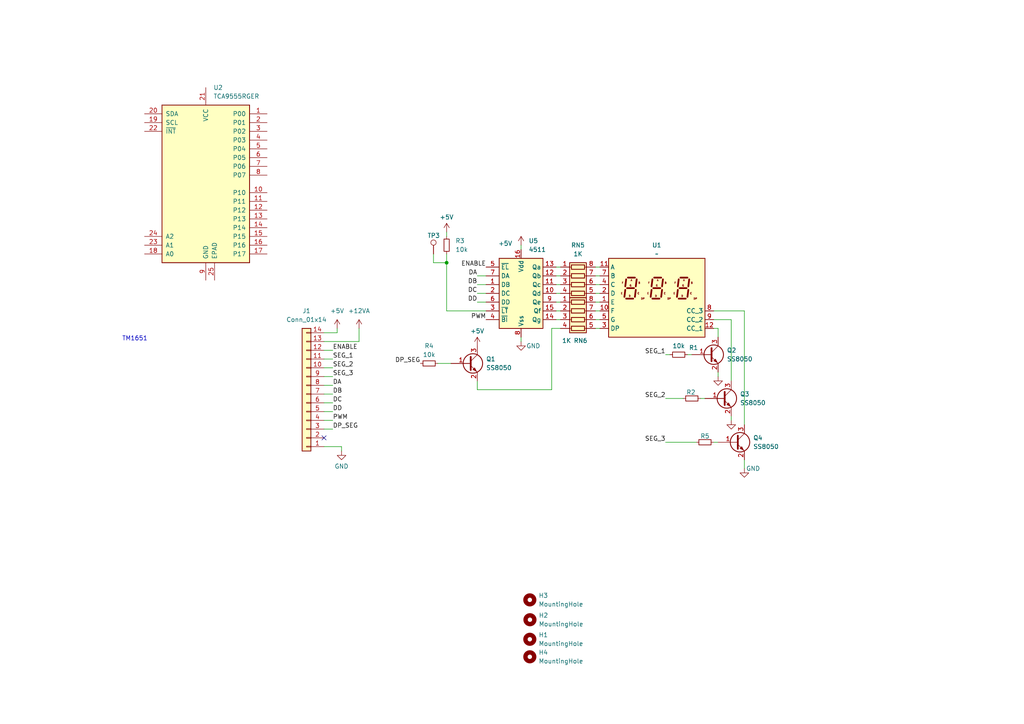
<source format=kicad_sch>
(kicad_sch (version 20231120) (generator "eeschema") (generator_version "8.0")
  (paper "A4")
  (lib_symbols
    (symbol "4xxx_IEEE:4511"
      (property "Reference" "U" (at 8.89 11.43 0))
      (property "Value" "4511" (at 8.89 -11.43 0))
      (symbol "4511_0_1"
        (rectangle (start -6.35 10.16) (end 6.35 -10.16) (stroke (width 0.254)) (fill (type background)))
      )
      (symbol "4511_1_1"
        (pin input line (at -10.16 2.54 0) (length 3.81) (name "DB") (number "1"))
        (pin output line (at 10.16 0 180) (length 3.81) (name "Qd") (number "10"))
        (pin output line (at 10.16 2.54 180) (length 3.81) (name "Qc") (number "11"))
        (pin output line (at 10.16 5.08 180) (length 3.81) (name "Qb") (number "12"))
        (pin output line (at 10.16 7.62 180) (length 3.81) (name "Qa") (number "13"))
        (pin output line (at 10.16 -7.62 180) (length 3.81) (name "Qg") (number "14"))
        (pin output line (at 10.16 -5.08 180) (length 3.81) (name "Qf") (number "15"))
        (pin power_in line (at 0 12.7 270) (length 2.54) (name "Vdd") (number "16"))
        (pin input line (at -10.16 0 0) (length 3.81) (name "DC") (number "2"))
        (pin input line (at -10.16 -5.08 0) (length 3.81) (name "~{LT}") (number "3"))
        (pin input line (at -10.16 -7.62 0) (length 3.81) (name "~{BI}") (number "4"))
        (pin input line (at -10.16 7.62 0) (length 3.81) (name "~{EL}") (number "5"))
        (pin input line (at -10.16 -2.54 0) (length 3.81) (name "DD") (number "6"))
        (pin input line (at -10.16 5.08 0) (length 3.81) (name "DA") (number "7"))
        (pin power_in line (at 0 -12.7 90) (length 2.54) (name "Vss") (number "8"))
        (pin output line (at 10.16 -2.54 180) (length 3.81) (name "Qe") (number "9"))
      )
    )
    (symbol "Connector:TestPoint" (pin_numbers hide) (pin_names (offset 0.762) hide)
      (property "Reference" "TP" (at 0 6.858 0))
      (property "Value" "TestPoint" (at 0 5.08 0))
      (symbol "TestPoint_0_1"
        (circle (center 0 3.302) (radius 0.762))
      )
      (symbol "TestPoint_1_1"
        (pin passive line (at 0 0 90) (length 2.54) (name "1") (number "1"))
      )
    )
    (symbol "Connector_Generic:Conn_01x14" (pin_names (offset 1.016) hide)
      (property "Reference" "J" (at 0 17.78 0))
      (property "Value" "Conn_01x14" (at 0 -20.32 0))
      (symbol "Conn_01x14_1_1"
        (rectangle (start -1.27 -17.653) (end 0 -17.907) (stroke (width 0.1524)))
        (rectangle (start -1.27 -15.113) (end 0 -15.367) (stroke (width 0.1524)))
        (rectangle (start -1.27 -12.573) (end 0 -12.827) (stroke (width 0.1524)))
        (rectangle (start -1.27 -10.033) (end 0 -10.287) (stroke (width 0.1524)))
        (rectangle (start -1.27 -7.493) (end 0 -7.747) (stroke (width 0.1524)))
        (rectangle (start -1.27 -4.953) (end 0 -5.207) (stroke (width 0.1524)))
        (rectangle (start -1.27 -2.413) (end 0 -2.667) (stroke (width 0.1524)))
        (rectangle (start -1.27 0.127) (end 0 -0.127) (stroke (width 0.1524)))
        (rectangle (start -1.27 2.667) (end 0 2.413) (stroke (width 0.1524)))
        (rectangle (start -1.27 5.207) (end 0 4.953) (stroke (width 0.1524)))
        (rectangle (start -1.27 7.747) (end 0 7.493) (stroke (width 0.1524)))
        (rectangle (start -1.27 10.287) (end 0 10.033) (stroke (width 0.1524)))
        (rectangle (start -1.27 12.827) (end 0 12.573) (stroke (width 0.1524)))
        (rectangle (start -1.27 15.367) (end 0 15.113) (stroke (width 0.1524)))
        (rectangle (start -1.27 16.51) (end 1.27 -19.05) (stroke (width 0.254)) (fill (type background)))
        (pin passive line (at -5.08 15.24 0) (length 3.81) (name "Pin_1") (number "1"))
        (pin passive line (at -5.08 -7.62 0) (length 3.81) (name "Pin_10") (number "10"))
        (pin passive line (at -5.08 -10.16 0) (length 3.81) (name "Pin_11") (number "11"))
        (pin passive line (at -5.08 -12.7 0) (length 3.81) (name "Pin_12") (number "12"))
        (pin passive line (at -5.08 -15.24 0) (length 3.81) (name "Pin_13") (number "13"))
        (pin passive line (at -5.08 -17.78 0) (length 3.81) (name "Pin_14") (number "14"))
        (pin passive line (at -5.08 12.7 0) (length 3.81) (name "Pin_2") (number "2"))
        (pin passive line (at -5.08 10.16 0) (length 3.81) (name "Pin_3") (number "3"))
        (pin passive line (at -5.08 7.62 0) (length 3.81) (name "Pin_4") (number "4"))
        (pin passive line (at -5.08 5.08 0) (length 3.81) (name "Pin_5") (number "5"))
        (pin passive line (at -5.08 2.54 0) (length 3.81) (name "Pin_6") (number "6"))
        (pin passive line (at -5.08 0 0) (length 3.81) (name "Pin_7") (number "7"))
        (pin passive line (at -5.08 -2.54 0) (length 3.81) (name "Pin_8") (number "8"))
        (pin passive line (at -5.08 -5.08 0) (length 3.81) (name "Pin_9") (number "9"))
      )
    )
    (symbol "Device:R_Pack04" (pin_names (offset 0) hide)
      (property "Reference" "RN" (at -7.62 0 90))
      (property "Value" "R_Pack04" (at 5.08 0 90))
      (symbol "R_Pack04_0_1"
        (rectangle (start -6.35 -2.413) (end 3.81 2.413) (stroke (width 0.254)) (fill (type background)))
        (rectangle (start -5.715 1.905) (end -4.445 -1.905) (stroke (width 0.254)))
        (rectangle (start -3.175 1.905) (end -1.905 -1.905) (stroke (width 0.254)))
        (rectangle (start -0.635 1.905) (end 0.635 -1.905) (stroke (width 0.254)))
        (polyline (pts (xy -5.08 -2.54) (xy -5.08 -1.905)))
        (polyline (pts (xy -5.08 1.905) (xy -5.08 2.54)))
        (polyline (pts (xy -2.54 -2.54) (xy -2.54 -1.905)))
        (polyline (pts (xy -2.54 1.905) (xy -2.54 2.54)))
        (polyline (pts (xy 0 -2.54) (xy 0 -1.905)))
        (polyline (pts (xy 0 1.905) (xy 0 2.54)))
        (polyline (pts (xy 2.54 -2.54) (xy 2.54 -1.905)))
        (polyline (pts (xy 2.54 1.905) (xy 2.54 2.54)))
        (rectangle (start 1.905 1.905) (end 3.175 -1.905) (stroke (width 0.254)))
      )
      (symbol "R_Pack04_1_1"
        (pin passive line (at -5.08 -5.08 90) (length 2.54) (name "R1.1") (number "1"))
        (pin passive line (at -2.54 -5.08 90) (length 2.54) (name "R2.1") (number "2"))
        (pin passive line (at 0 -5.08 90) (length 2.54) (name "R3.1") (number "3"))
        (pin passive line (at 2.54 -5.08 90) (length 2.54) (name "R4.1") (number "4"))
        (pin passive line (at 2.54 5.08 270) (length 2.54) (name "R4.2") (number "5"))
        (pin passive line (at 0 5.08 270) (length 2.54) (name "R3.2") (number "6"))
        (pin passive line (at -2.54 5.08 270) (length 2.54) (name "R2.2") (number "7"))
        (pin passive line (at -5.08 5.08 270) (length 2.54) (name "R1.2") (number "8"))
      )
    )
    (symbol "Device:R_Small" (pin_numbers hide) (pin_names (offset 0.254) hide)
      (property "Reference" "R" (at 0.762 0.508 0))
      (property "Value" "R_Small" (at 0.762 -1.016 0))
      (symbol "R_Small_0_1"
        (rectangle (start -0.762 1.778) (end 0.762 -1.778) (stroke (width 0.2032)))
      )
      (symbol "R_Small_1_1"
        (pin passive line (at 0 2.54 270) (length 0.762) (name "~") (number "1"))
        (pin passive line (at 0 -2.54 90) (length 0.762) (name "~") (number "2"))
      )
    )
    (symbol "Interface_Expansion:TCA9555RGER" (pin_names (offset 1.016))
      (property "Reference" "U" (at -11.43 24.13 0))
      (property "Value" "TCA9555RGER" (at 0 0 0))
      (symbol "TCA9555RGER_0_1"
        (rectangle (start -12.7 22.86) (end 12.7 -22.86) (stroke (width 0.254)) (fill (type background)))
      )
      (symbol "TCA9555RGER_1_1"
        (pin bidirectional line (at 17.78 20.32 180) (length 5.08) (name "P00") (number "1"))
        (pin bidirectional line (at 17.78 -2.54 180) (length 5.08) (name "P10") (number "10"))
        (pin bidirectional line (at 17.78 -5.08 180) (length 5.08) (name "P11") (number "11"))
        (pin bidirectional line (at 17.78 -7.62 180) (length 5.08) (name "P12") (number "12"))
        (pin bidirectional line (at 17.78 -10.16 180) (length 5.08) (name "P13") (number "13"))
        (pin bidirectional line (at 17.78 -12.7 180) (length 5.08) (name "P14") (number "14"))
        (pin bidirectional line (at 17.78 -15.24 180) (length 5.08) (name "P15") (number "15"))
        (pin bidirectional line (at 17.78 -17.78 180) (length 5.08) (name "P16") (number "16"))
        (pin bidirectional line (at 17.78 -20.32 180) (length 5.08) (name "P17") (number "17"))
        (pin input line (at -17.78 -20.32 0) (length 5.08) (name "A0") (number "18"))
        (pin input line (at -17.78 17.78 0) (length 5.08) (name "SCL") (number "19"))
        (pin bidirectional line (at 17.78 17.78 180) (length 5.08) (name "P01") (number "2"))
        (pin bidirectional line (at -17.78 20.32 0) (length 5.08) (name "SDA") (number "20"))
        (pin power_in line (at 0 27.94 270) (length 5.08) (name "VCC") (number "21"))
        (pin open_collector line (at -17.78 15.24 0) (length 5.08) (name "~{INT}") (number "22"))
        (pin input line (at -17.78 -17.78 0) (length 5.08) (name "A1") (number "23"))
        (pin input line (at -17.78 -15.24 0) (length 5.08) (name "A2") (number "24"))
        (pin input line (at 2.54 -27.94 90) (length 5.08) (name "EPAD") (number "25"))
        (pin bidirectional line (at 17.78 15.24 180) (length 5.08) (name "P02") (number "3"))
        (pin bidirectional line (at 17.78 12.7 180) (length 5.08) (name "P03") (number "4"))
        (pin bidirectional line (at 17.78 10.16 180) (length 5.08) (name "P04") (number "5"))
        (pin bidirectional line (at 17.78 7.62 180) (length 5.08) (name "P05") (number "6"))
        (pin bidirectional line (at 17.78 5.08 180) (length 5.08) (name "P06") (number "7"))
        (pin bidirectional line (at 17.78 2.54 180) (length 5.08) (name "P07") (number "8"))
        (pin power_in line (at 0 -27.94 90) (length 5.08) (name "GND") (number "9"))
      )
    )
    (symbol "Mechanical:MountingHole" (pin_names (offset 1.016))
      (property "Reference" "H" (at 0 5.08 0))
      (property "Value" "MountingHole" (at 0 3.175 0))
      (symbol "MountingHole_0_1"
        (circle (center 0 0) (radius 1.27) (stroke (width 1.27)))
      )
    )
    (symbol "New_Library:7seg_3digit"
      (property "Reference" "U" (at 0 0 0))
      (symbol "7seg_3digit_1_0"
        (text "A" (at 7.874 -10.16 0) (effects (font (size 0.508 0.508))))
        (text "A" (at 15.494 -10.16 0) (effects (font (size 0.508 0.508))))
        (text "A" (at 23.114 -10.16 0) (effects (font (size 0.508 0.508))))
        (text "B" (at 10.16 -10.922 0) (effects (font (size 0.508 0.508))))
        (text "B" (at 17.78 -10.922 0) (effects (font (size 0.508 0.508))))
        (text "B" (at 25.4 -10.922 0) (effects (font (size 0.508 0.508))))
        (text "C" (at 9.906 -13.97 0) (effects (font (size 0.508 0.508))))
        (text "C" (at 17.526 -13.97 0) (effects (font (size 0.508 0.508))))
        (text "C" (at 25.146 -13.97 0) (effects (font (size 0.508 0.508))))
        (text "D" (at 7.366 -14.732 0) (effects (font (size 0.508 0.508))))
        (text "D" (at 14.986 -14.732 0) (effects (font (size 0.508 0.508))))
        (text "D" (at 22.606 -14.732 0) (effects (font (size 0.508 0.508))))
        (text "DP" (at 11.176 -15.494 0) (effects (font (size 0.508 0.508))))
        (text "DP" (at 18.796 -15.494 0) (effects (font (size 0.508 0.508))))
        (text "DP" (at 26.416 -15.494 0) (effects (font (size 0.508 0.508))))
        (text "E" (at 5.08 -13.97 0) (effects (font (size 0.508 0.508))))
        (text "E" (at 12.7 -13.97 0) (effects (font (size 0.508 0.508))))
        (text "E" (at 20.32 -13.97 0) (effects (font (size 0.508 0.508))))
        (text "F" (at 5.334 -10.922 0) (effects (font (size 0.508 0.508))))
        (text "F" (at 12.954 -10.922 0) (effects (font (size 0.508 0.508))))
        (text "F" (at 20.574 -10.922 0) (effects (font (size 0.508 0.508))))
        (text "G" (at 7.62 -11.684 0) (effects (font (size 0.508 0.508))))
        (text "G" (at 15.24 -11.684 0) (effects (font (size 0.508 0.508))))
        (text "G" (at 22.86 -11.684 0) (effects (font (size 0.508 0.508))))
      )
      (symbol "7seg_3digit_1_1"
        (polyline (pts (xy 6.096 -12.954) (xy 5.842 -14.986)) (stroke (width 0.508)))
        (polyline (pts (xy 6.35 -15.494) (xy 8.382 -15.494)) (stroke (width 0.508)))
        (polyline (pts (xy 6.35 -9.906) (xy 6.096 -11.938)) (stroke (width 0.508)))
        (polyline (pts (xy 6.604 -12.446) (xy 8.636 -12.446)) (stroke (width 0.508)))
        (polyline (pts (xy 6.858 -9.398) (xy 8.89 -9.398)) (stroke (width 0.508)))
        (polyline (pts (xy 9.144 -12.954) (xy 8.89 -14.986)) (stroke (width 0.508)))
        (polyline (pts (xy 9.398 -9.906) (xy 9.144 -11.938)) (stroke (width 0.508)))
        (polyline (pts (xy 10.16 -15.494) (xy 10.16 -15.494)) (stroke (width 0.508)))
        (polyline (pts (xy 13.716 -12.954) (xy 13.462 -14.986)) (stroke (width 0.508)))
        (polyline (pts (xy 13.97 -15.494) (xy 16.002 -15.494)) (stroke (width 0.508)))
        (polyline (pts (xy 13.97 -9.906) (xy 13.716 -11.938)) (stroke (width 0.508)))
        (polyline (pts (xy 14.224 -12.446) (xy 16.256 -12.446)) (stroke (width 0.508)))
        (polyline (pts (xy 14.478 -9.398) (xy 16.51 -9.398)) (stroke (width 0.508)))
        (polyline (pts (xy 16.764 -12.954) (xy 16.51 -14.986)) (stroke (width 0.508)))
        (polyline (pts (xy 17.018 -9.906) (xy 16.764 -11.938)) (stroke (width 0.508)))
        (polyline (pts (xy 17.78 -15.494) (xy 17.78 -15.494)) (stroke (width 0.508)))
        (polyline (pts (xy 21.336 -12.954) (xy 21.082 -14.986)) (stroke (width 0.508)))
        (polyline (pts (xy 21.59 -15.494) (xy 23.622 -15.494)) (stroke (width 0.508)))
        (polyline (pts (xy 21.59 -9.906) (xy 21.336 -11.938)) (stroke (width 0.508)))
        (polyline (pts (xy 21.844 -12.446) (xy 23.876 -12.446)) (stroke (width 0.508)))
        (polyline (pts (xy 22.098 -9.398) (xy 24.13 -9.398)) (stroke (width 0.508)))
        (polyline (pts (xy 24.384 -12.954) (xy 24.13 -14.986)) (stroke (width 0.508)))
        (polyline (pts (xy 24.638 -9.906) (xy 24.384 -11.938)) (stroke (width 0.508)))
        (polyline (pts (xy 25.4 -15.494) (xy 25.4 -15.494)) (stroke (width 0.508)))
        (rectangle (start 1.27 -3.81) (end 29.21 -26.67) (stroke (width 0.254)) (fill (type background)))
        (pin input line (at -1.27 -16.51 0) (length 2.54) (name "E") (number "1"))
        (pin input line (at -1.27 -19.05 0) (length 2.54) (name "F") (number "10"))
        (pin input line (at -1.27 -6.35 0) (length 2.54) (name "A") (number "11"))
        (pin input line (at 31.75 -24.13 180) (length 2.54) (name "CC_1") (number "12"))
        (pin input line (at -1.27 -13.97 0) (length 2.54) (name "D") (number "2"))
        (pin input line (at -1.27 -24.13 0) (length 2.54) (name "DP") (number "3"))
        (pin input line (at -1.27 -11.43 0) (length 2.54) (name "C") (number "4"))
        (pin input line (at -1.27 -21.59 0) (length 2.54) (name "G") (number "5"))
        (pin input line (at -1.27 -8.89 0) (length 2.54) (name "B") (number "7"))
        (pin input line (at 31.75 -19.05 180) (length 2.54) (name "CC_3") (number "8"))
        (pin input line (at 31.75 -21.59 180) (length 2.54) (name "CC_2") (number "9"))
      )
    )
    (symbol "Transistor_BJT:BC847" (pin_names (offset 0) hide)
      (property "Reference" "Q" (at 5.08 1.905 0))
      (property "Value" "BC847" (at 5.08 0 0))
      (symbol "BC847_0_1"
        (polyline (pts (xy 0.635 0.635) (xy 2.54 2.54)))
        (polyline (pts (xy 0.635 -0.635) (xy 2.54 -2.54) (xy 2.54 -2.54)))
        (polyline (pts (xy 0.635 1.905) (xy 0.635 -1.905) (xy 0.635 -1.905)) (stroke (width 0.508)))
        (polyline (pts (xy 1.27 -1.778) (xy 1.778 -1.27) (xy 2.286 -2.286) (xy 1.27 -1.778) (xy 1.27 -1.778)) (fill (type outline)))
        (circle (center 1.27 0) (radius 2.8194) (stroke (width 0.254)))
      )
      (symbol "BC847_1_1"
        (pin input line (at -5.08 0 0) (length 5.715) (name "B") (number "1"))
        (pin passive line (at 2.54 -5.08 90) (length 2.54) (name "E") (number "2"))
        (pin passive line (at 2.54 5.08 270) (length 2.54) (name "C") (number "3"))
      )
    )
    (symbol "power:+12VA" (power) (pin_names (offset 0))
      (property "Value" "+12VA" (at 0 3.556 0))
      (symbol "+12VA_0_1"
        (polyline (pts (xy -0.762 1.27) (xy 0 2.54)))
        (polyline (pts (xy 0 0) (xy 0 2.54)))
        (polyline (pts (xy 0 2.54) (xy 0.762 1.27)))
      )
      (symbol "+12VA_1_1"
        (pin power_in line (at 0 0 90) (length 0) hide (name "+12VA") (number "1"))
      )
    )
    (symbol "power:+5V" (power) (pin_names (offset 0))
      (property "Value" "+5V" (at 0 3.556 0))
      (symbol "+5V_0_1"
        (polyline (pts (xy -0.762 1.27) (xy 0 2.54)))
        (polyline (pts (xy 0 0) (xy 0 2.54)))
        (polyline (pts (xy 0 2.54) (xy 0.762 1.27)))
      )
      (symbol "+5V_1_1"
        (pin power_in line (at 0 0 90) (length 0) hide (name "+5V") (number "1"))
      )
    )
    (symbol "power:GND" (power) (pin_names (offset 0))
      (property "Value" "GND" (at 0 -3.81 0))
      (symbol "GND_0_1"
        (polyline (pts (xy 0 0) (xy 0 -1.27) (xy 1.27 -1.27) (xy 0 -2.54) (xy -1.27 -1.27) (xy 0 -1.27)))
      )
      (symbol "GND_1_1"
        (pin power_in line (at 0 0 270) (length 0) hide (name "GND") (number "1"))
      )
    )
  )
  (junction (at 129.54 76.2))
  (no_connect (at 93.98 127))
  (wire (pts (xy 207.01 95.25) (xy 208.28 95.25)))
  (wire (pts (xy 173.99 87.63) (xy 172.72 87.63)))
  (wire (pts (xy 93.98 124.46) (xy 96.52 124.46)))
  (wire (pts (xy 138.43 82.55) (xy 140.97 82.55)))
  (wire (pts (xy 129.54 76.2) (xy 129.54 73.66)))
  (wire (pts (xy 161.29 82.55) (xy 162.56 82.55)))
  (wire (pts (xy 125.73 73.66) (xy 125.73 76.2)))
  (wire (pts (xy 161.29 85.09) (xy 162.56 85.09)))
  (wire (pts (xy 160.02 95.25) (xy 162.56 95.25)))
  (wire (pts (xy 193.04 115.57) (xy 198.12 115.57)))
  (wire (pts (xy 201.93 128.27) (xy 193.04 128.27)))
  (wire (pts (xy 93.98 101.6) (xy 96.52 101.6)))
  (wire (pts (xy 172.72 95.25) (xy 173.99 95.25)))
  (wire (pts (xy 93.98 119.38) (xy 96.52 119.38)))
  (wire (pts (xy 99.06 129.54) (xy 93.98 129.54)))
  (wire (pts (xy 93.98 114.3) (xy 96.52 114.3)))
  (wire (pts (xy 215.9 133.35) (xy 215.9 135.89)))
  (wire (pts (xy 173.99 92.71) (xy 172.72 92.71)))
  (wire (pts (xy 204.47 115.57) (xy 203.2 115.57)))
  (wire (pts (xy 138.43 87.63) (xy 140.97 87.63)))
  (wire (pts (xy 129.54 67.31) (xy 129.54 68.58)))
  (wire (pts (xy 173.99 90.17) (xy 172.72 90.17)))
  (wire (pts (xy 138.43 113.03) (xy 160.02 113.03)))
  (wire (pts (xy 208.28 107.95) (xy 208.28 109.22)))
  (wire (pts (xy 173.99 80.01) (xy 172.72 80.01)))
  (wire (pts (xy 212.09 92.71) (xy 207.01 92.71)))
  (wire (pts (xy 161.29 80.01) (xy 162.56 80.01)))
  (wire (pts (xy 99.06 130.81) (xy 99.06 129.54)))
  (wire (pts (xy 125.73 76.2) (xy 129.54 76.2)))
  (wire (pts (xy 93.98 111.76) (xy 96.52 111.76)))
  (wire (pts (xy 173.99 82.55) (xy 172.72 82.55)))
  (wire (pts (xy 93.98 99.06) (xy 104.14 99.06)))
  (wire (pts (xy 212.09 110.49) (xy 212.09 92.71)))
  (wire (pts (xy 138.43 80.01) (xy 140.97 80.01)))
  (wire (pts (xy 127 105.41) (xy 130.81 105.41)))
  (wire (pts (xy 140.97 90.17) (xy 129.54 90.17)))
  (wire (pts (xy 97.79 95.25) (xy 97.79 96.52)))
  (wire (pts (xy 194.31 102.87) (xy 193.04 102.87)))
  (wire (pts (xy 215.9 123.19) (xy 215.9 90.17)))
  (wire (pts (xy 151.13 97.79) (xy 151.13 99.06)))
  (wire (pts (xy 173.99 85.09) (xy 172.72 85.09)))
  (wire (pts (xy 151.13 71.12) (xy 151.13 72.39)))
  (wire (pts (xy 138.43 110.49) (xy 138.43 113.03)))
  (wire (pts (xy 161.29 92.71) (xy 162.56 92.71)))
  (wire (pts (xy 215.9 90.17) (xy 207.01 90.17)))
  (wire (pts (xy 93.98 116.84) (xy 96.52 116.84)))
  (wire (pts (xy 173.99 77.47) (xy 172.72 77.47)))
  (wire (pts (xy 138.43 85.09) (xy 140.97 85.09)))
  (wire (pts (xy 93.98 104.14) (xy 96.52 104.14)))
  (wire (pts (xy 93.98 109.22) (xy 96.52 109.22)))
  (wire (pts (xy 161.29 87.63) (xy 162.56 87.63)))
  (wire (pts (xy 161.29 77.47) (xy 162.56 77.47)))
  (wire (pts (xy 160.02 113.03) (xy 160.02 95.25)))
  (wire (pts (xy 93.98 121.92) (xy 96.52 121.92)))
  (wire (pts (xy 129.54 90.17) (xy 129.54 76.2)))
  (wire (pts (xy 161.29 90.17) (xy 162.56 90.17)))
  (wire (pts (xy 207.01 128.27) (xy 208.28 128.27)))
  (wire (pts (xy 93.98 106.68) (xy 96.52 106.68)))
  (wire (pts (xy 208.28 95.25) (xy 208.28 97.79)))
  (wire (pts (xy 104.14 99.06) (xy 104.14 95.25)))
  (wire (pts (xy 212.09 120.65) (xy 212.09 121.92)))
  (wire (pts (xy 97.79 96.52) (xy 93.98 96.52)))
  (wire (pts (xy 199.39 102.87) (xy 200.66 102.87)))
  (text "TM1651" (at 39.116 98.298 0) (effects (font (size 1.27 1.27))))
  (label "DP_SEG" (at 96.52 124.46 0))
  (label "DC" (at 138.43 85.09 180))
  (label "DP_SEG" (at 121.92 105.41 180))
  (label "DB" (at 96.52 114.3 0))
  (label "SEG_1" (at 96.52 104.14 0))
  (label "SEG_3" (at 96.52 109.22 0))
  (label "SEG_1" (at 193.04 102.87 180))
  (label "SEG_2" (at 96.52 106.68 0))
  (label "DD" (at 96.52 119.38 0))
  (label "DA" (at 96.52 111.76 0))
  (label "PWM" (at 140.97 92.71 180))
  (label "ENABLE" (at 140.97 77.47 180))
  (label "DB" (at 138.43 82.55 180))
  (label "SEG_2" (at 193.04 115.57 180))
  (label "ENABLE" (at 96.52 101.6 0))
  (label "PWM" (at 96.52 121.92 0))
  (label "DC" (at 96.52 116.84 0))
  (label "DA" (at 138.43 80.01 180))
  (label "DD" (at 138.43 87.63 180))
  (label "SEG_3" (at 193.04 128.27 180))
  (symbol (lib_id "Device:R_Small") (at 129.54 71.12 0) (unit 1)
    (property "Reference" "R3" (at 132.08 69.8499 0) (effects (justify left)))
    (property "Value" "10k" (at 132.08 72.3899 0) (effects (justify left)))
    (property "Footprint" "Resistor_SMD:R_0603_1608Metric" (effects (hide yes)))
    (property "Description" "Resistor, small symbol" (effects (hide yes)))
  )
  (symbol (lib_id "power:+5V") (at 151.13 71.12 0) (unit 1)
    (property "Reference" "#PWR014" (effects (hide yes)))
    (property "Value" "+5V" (at 146.558 70.612 0))
  )
  (symbol (lib_id "Transistor_BJT:BC847") (at 135.89 105.41 0) (unit 1)
    (property "Reference" "Q1" (at 140.97 104.1399 0) (effects (justify left)))
    (property "Value" "SS8050" (at 140.97 106.6799 0) (effects (justify left)))
    (property "Footprint" "Package_TO_SOT_SMD:SOT-23-3" (effects (hide yes)))
    (property "Datasheet" "http://www.infineon.com/dgdl/Infineon-BC847SERIES_BC848SERIES_BC849SERIES_BC850SERIES-DS-v01_01-en.pdf?fileId=db3a304314dca389011541d4630a1657" (effects (hide yes)))
    (property "Description" "0.1A Ic, 45V Vce, NPN Transistor, SOT-23" (effects (hide yes)))
    (property "LCSC" "C2150" (effects (hide yes)))
  )
  (symbol (lib_id "Mechanical:MountingHole") (at 153.67 190.5 0) (unit 1) (in_bom no)
    (property "Reference" "H4" (at 156.21 189.2299 0) (effects (justify left)))
    (property "Value" "MountingHole" (at 156.21 191.7699 0) (effects (justify left)))
    (property "Footprint" "MountingHole:MountingHole_3.2mm_M3_Pad_Via" (effects (hide yes)))
    (property "Description" "Mounting Hole without connection" (effects (hide yes)))
  )
  (symbol (lib_id "power:+12VA") (at 104.14 95.25 0) (unit 1)
    (property "Reference" "#PWR08" (effects (hide yes)))
    (property "Value" "+12VA" (at 104.14 90.17 0))
    (property "Description" "Power symbol creates a global label with name \"+12VA\"" (effects (hide yes)))
  )
  (symbol (lib_id "Connector:TestPoint") (at 125.73 73.66 0) (unit 1) (in_bom no)
    (property "Reference" "TP3" (at 123.952 68.326 0) (effects (justify left)))
    (property "Value" "TestPoint" (effects (hide yes)))
    (property "Footprint" "TestPoint:TestPoint_Pad_1.0x1.0mm" (effects (hide yes)))
    (property "Description" "test point" (effects (hide yes)))
  )
  (symbol (lib_id "power:GND") (at 215.9 135.89 0) (unit 1)
    (property "Reference" "#PWR06" (effects (hide yes)))
    (property "Value" "GND" (at 218.44 135.89 0))
    (property "Description" "Power symbol creates a global label with name \"GND\" , ground" (effects (hide yes)))
  )
  (symbol (lib_id "power:GND") (at 212.09 121.92 0) (unit 1)
    (property "Reference" "#PWR05" (effects (hide yes)))
    (property "Value" "GND" (effects (hide yes)))
    (property "Description" "Power symbol creates a global label with name \"GND\" , ground" (effects (hide yes)))
  )
  (symbol (lib_id "Transistor_BJT:BC847") (at 205.74 102.87 0) (unit 1)
    (property "Reference" "Q2" (at 210.82 101.5999 0) (effects (justify left)))
    (property "Value" "SS8050" (at 210.82 104.1399 0) (effects (justify left)))
    (property "Footprint" "Package_TO_SOT_SMD:SOT-23-3" (effects (hide yes)))
    (property "Datasheet" "http://www.infineon.com/dgdl/Infineon-BC847SERIES_BC848SERIES_BC849SERIES_BC850SERIES-DS-v01_01-en.pdf?fileId=db3a304314dca389011541d4630a1657" (effects (hide yes)))
    (property "Description" "0.1A Ic, 45V Vce, NPN Transistor, SOT-23" (effects (hide yes)))
    (property "LCSC" "C2150" (effects (hide yes)))
  )
  (symbol (lib_id "New_Library:7seg_3digit") (at 175.26 71.12 0) (unit 1)
    (property "Reference" "U1" (at 190.5 71.12 0))
    (property "Value" "~" (at 190.5 73.66 0))
    (property "Footprint" "Connector_PinHeader_2.00mm:PinHeader_2x12_P2.00mm_Vertical" (effects (hide yes)))
  )
  (symbol (lib_id "Device:R_Small") (at 204.47 128.27 90) (unit 1)
    (property "Reference" "R5" (at 204.47 126.492 90))
    (property "Value" "10k" (effects (hide yes)))
    (property "Footprint" "Resistor_SMD:R_0603_1608Metric" (effects (hide yes)))
    (property "Description" "Resistor, small symbol" (effects (hide yes)))
  )
  (symbol (lib_id "Interface_Expansion:TCA9555RGER") (at 59.69 53.34 0) (unit 1)
    (property "Reference" "U2" (at 61.8841 25.4 0) (effects (justify left)))
    (property "Value" "TCA9555RGER" (at 61.8841 27.94 0) (effects (justify left)))
    (property "Footprint" "Package_DFN_QFN:VQFN-24-1EP_4x4mm_P0.5mm_EP2.5x2.5mm" (effects (hide yes)))
    (property "Datasheet" "http://www.ti.com/lit/ds/symlink/tca9555.pdf" (effects (hide yes)))
    (property "Description" "16-bit I/O expander, I2C and SMBus interface, interrupts, w/ pull-ups, QFN-24" (effects (hide yes)))
  )
  (symbol (lib_id "Mechanical:MountingHole") (at 153.7078 179.7456 0) (unit 1) (in_bom no)
    (property "Reference" "H2" (at 156.2478 178.4755 0) (effects (justify left)))
    (property "Value" "MountingHole" (at 156.2478 181.0155 0) (effects (justify left)))
    (property "Footprint" "MountingHole:MountingHole_3.2mm_M3_Pad_Via" (effects (hide yes)))
    (property "Description" "Mounting Hole without connection" (effects (hide yes)))
  )
  (symbol (lib_id "Mechanical:MountingHole") (at 153.67 173.99 0) (unit 1) (in_bom no)
    (property "Reference" "H3" (at 156.21 172.7199 0) (effects (justify left)))
    (property "Value" "MountingHole" (at 156.21 175.2599 0) (effects (justify left)))
    (property "Footprint" "MountingHole:MountingHole_3.2mm_M3_Pad_Via" (effects (hide yes)))
    (property "Description" "Mounting Hole without connection" (effects (hide yes)))
  )
  (symbol (lib_id "power:+5V") (at 138.43 100.33 0) (unit 1)
    (property "Reference" "#PWR016" (effects (hide yes)))
    (property "Value" "+5V" (at 138.43 96.012 0))
  )
  (symbol (lib_id "Device:R_Pack04") (at 167.64 92.71 270) (unit 1)
    (property "Reference" "RN6" (at 168.402 98.806 90))
    (property "Value" "1K" (at 164.338 98.806 90))
    (property "Footprint" "Resistor_SMD:R_Array_Convex_4x0603" (effects (hide yes)))
    (property "Description" "4 resistor network, parallel topology" (effects (hide yes)))
    (property "LCSC" "C160614" (effects (hide yes)))
  )
  (symbol (lib_id "Device:R_Small") (at 124.46 105.41 90) (unit 1)
    (property "Reference" "R4" (at 124.46 100.33 90))
    (property "Value" "10k" (at 124.46 102.87 90))
    (property "Footprint" "Resistor_SMD:R_0603_1608Metric" (effects (hide yes)))
    (property "Description" "Resistor, small symbol" (effects (hide yes)))
  )
  (symbol (lib_id "power:GND") (at 208.28 109.22 0) (unit 1)
    (property "Reference" "#PWR04" (effects (hide yes)))
    (property "Value" "GND" (effects (hide yes)))
    (property "Description" "Power symbol creates a global label with name \"GND\" , ground" (effects (hide yes)))
  )
  (symbol (lib_id "power:+5V") (at 97.79 95.25 0) (unit 1)
    (property "Reference" "#PWR07" (effects (hide yes)))
    (property "Value" "+5V" (at 97.79 90.17 0))
  )
  (symbol (lib_id "Transistor_BJT:BC847") (at 209.55 115.57 0) (unit 1)
    (property "Reference" "Q3" (at 214.63 114.2999 0) (effects (justify left)))
    (property "Value" "SS8050" (at 214.63 116.8399 0) (effects (justify left)))
    (property "Footprint" "Package_TO_SOT_SMD:SOT-23-3" (effects (hide yes)))
    (property "Datasheet" "http://www.infineon.com/dgdl/Infineon-BC847SERIES_BC848SERIES_BC849SERIES_BC850SERIES-DS-v01_01-en.pdf?fileId=db3a304314dca389011541d4630a1657" (effects (hide yes)))
    (property "Description" "0.1A Ic, 45V Vce, NPN Transistor, SOT-23" (effects (hide yes)))
    (property "LCSC" "C2150" (effects (hide yes)))
  )
  (symbol (lib_id "Device:R_Pack04") (at 167.64 82.55 270) (unit 1)
    (property "Reference" "RN5" (at 167.64 71.12 90))
    (property "Value" "1K" (at 167.64 73.66 90))
    (property "Footprint" "Resistor_SMD:R_Array_Convex_4x0603" (effects (hide yes)))
    (property "Description" "4 resistor network, parallel topology" (effects (hide yes)))
    (property "LCSC" "C160614" (effects (hide yes)))
  )
  (symbol (lib_id "Device:R_Small") (at 200.66 115.57 90) (unit 1)
    (property "Reference" "R2" (at 200.406 113.792 90))
    (property "Value" "10k" (effects (hide yes)))
    (property "Footprint" "Resistor_SMD:R_0603_1608Metric" (effects (hide yes)))
    (property "Description" "Resistor, small symbol" (effects (hide yes)))
  )
  (symbol (lib_id "Transistor_BJT:BC847") (at 213.36 128.27 0) (unit 1)
    (property "Reference" "Q4" (at 218.44 126.9999 0) (effects (justify left)))
    (property "Value" "SS8050" (at 218.44 129.5399 0) (effects (justify left)))
    (property "Footprint" "Package_TO_SOT_SMD:SOT-23-3" (effects (hide yes)))
    (property "Datasheet" "http://www.infineon.com/dgdl/Infineon-BC847SERIES_BC848SERIES_BC849SERIES_BC850SERIES-DS-v01_01-en.pdf?fileId=db3a304314dca389011541d4630a1657" (effects (hide yes)))
    (property "Description" "0.1A Ic, 45V Vce, NPN Transistor, SOT-23" (effects (hide yes)))
    (property "LCSC" "C2150" (effects (hide yes)))
  )
  (symbol (lib_id "power:GND") (at 99.06 130.81 0) (unit 1)
    (property "Reference" "#PWR09" (effects (hide yes)))
    (property "Value" "GND" (at 99.06 135.2534 0))
  )
  (symbol (lib_id "power:+5V") (at 129.54 67.31 0) (unit 1)
    (property "Reference" "#PWR012" (effects (hide yes)))
    (property "Value" "+5V" (at 129.54 62.992 0))
  )
  (symbol (lib_id "Mechanical:MountingHole") (at 153.67 185.42 0) (unit 1) (in_bom no)
    (property "Reference" "H1" (at 156.21 184.1499 0) (effects (justify left)))
    (property "Value" "MountingHole" (at 156.21 186.6899 0) (effects (justify left)))
    (property "Footprint" "MountingHole:MountingHole_3.2mm_M3_Pad_Via" (effects (hide yes)))
    (property "Description" "Mounting Hole without connection" (effects (hide yes)))
  )
  (symbol (lib_id "power:GND") (at 151.13 99.06 0) (unit 1)
    (property "Reference" "#PWR015" (effects (hide yes)))
    (property "Value" "GND" (at 154.686 100.33 0))
  )
  (symbol (lib_id "Connector_Generic:Conn_01x14") (at 88.9 114.3 180) (unit 1) (in_bom no)
    (property "Reference" "J1" (at 88.9 90.17 0))
    (property "Value" "Conn_01x14" (at 88.9 92.71 0))
    (property "Footprint" "Connector_PinHeader_2.54mm:PinHeader_2x07_P2.54mm_Vertical" (effects (hide yes)))
    (property "Description" "Generic connector, single row, 01x14, script generated (kicad-library-utils/schlib/autogen/connector/)" (effects (hide yes)))
  )
  (symbol (lib_id "4xxx_IEEE:4511") (at 151.13 85.09 0) (unit 1)
    (property "Reference" "U5" (at 153.3241 69.85 0) (effects (justify left)))
    (property "Value" "4511" (at 153.3241 72.39 0) (effects (justify left)))
    (property "Footprint" "Package_SO:SOP-16_4.55x10.3mm_P1.27mm" (effects (hide yes)))
    (property "LCSC" "C5145431" (effects (hide yes)))
  )
  (symbol (lib_id "Device:R_Small") (at 196.85 102.87 90) (unit 1)
    (property "Reference" "R1" (at 201.168 100.838 90))
    (property "Value" "10k" (at 196.85 100.33 90))
    (property "Footprint" "Resistor_SMD:R_0603_1608Metric" (effects (hide yes)))
    (property "Description" "Resistor, small symbol" (effects (hide yes)))
  )
)
</source>
